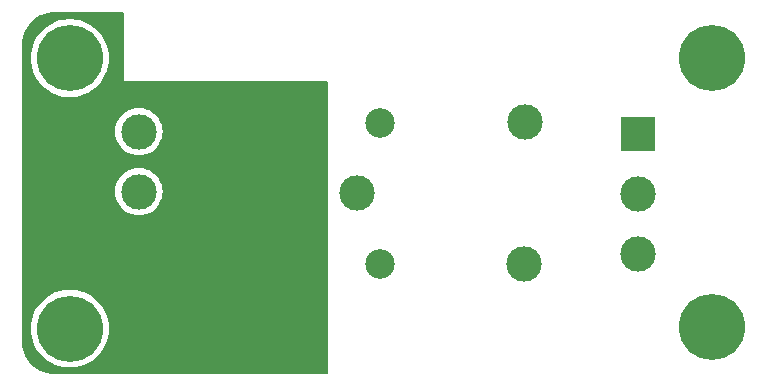
<source format=gbr>
%TF.GenerationSoftware,KiCad,Pcbnew,7.0.10*%
%TF.CreationDate,2025-11-30T12:43:51-05:00*%
%TF.ProjectId,Relay_Helo,52656c61-795f-4486-956c-6f2e6b696361,rev?*%
%TF.SameCoordinates,Original*%
%TF.FileFunction,Copper,L2,Bot*%
%TF.FilePolarity,Positive*%
%FSLAX46Y46*%
G04 Gerber Fmt 4.6, Leading zero omitted, Abs format (unit mm)*
G04 Created by KiCad (PCBNEW 7.0.10) date 2025-11-30 12:43:51*
%MOMM*%
%LPD*%
G01*
G04 APERTURE LIST*
%TA.AperFunction,ComponentPad*%
%ADD10R,3.000000X3.000000*%
%TD*%
%TA.AperFunction,ComponentPad*%
%ADD11C,3.000000*%
%TD*%
%TA.AperFunction,ComponentPad*%
%ADD12C,5.600000*%
%TD*%
%TA.AperFunction,ComponentPad*%
%ADD13C,2.500000*%
%TD*%
%TA.AperFunction,ViaPad*%
%ADD14C,0.600000*%
%TD*%
G04 APERTURE END LIST*
D10*
%TO.P,J1,1,Pin_1*%
%TO.N,+5V*%
X123840000Y-80490000D03*
D11*
%TO.P,J1,2,Pin_2*%
%TO.N,/CONTROL*%
X123840000Y-75410000D03*
%TO.P,J1,3,Pin_3*%
%TO.N,GND*%
X123840000Y-70330000D03*
%TD*%
D12*
%TO.P,REF\u002A\u002A,1*%
%TO.N,N/C*%
X172380000Y-64100000D03*
%TD*%
%TO.P,REF\u002A\u002A,1*%
%TO.N,GND*%
X118000000Y-64100000D03*
%TD*%
D10*
%TO.P,J2,1,Pin_1*%
%TO.N,/NC*%
X166090000Y-70490000D03*
D11*
%TO.P,J2,2,Pin_2*%
%TO.N,/COM*%
X166090000Y-75570000D03*
%TO.P,J2,3,Pin_3*%
%TO.N,/NO*%
X166090000Y-80650000D03*
%TD*%
D12*
%TO.P,REF\u002A\u002A,1*%
%TO.N,GND*%
X118000000Y-87000000D03*
%TD*%
%TO.P,REF\u002A\u002A,1*%
%TO.N,N/C*%
X172380000Y-86860000D03*
%TD*%
D11*
%TO.P,K2,1*%
%TO.N,/COM*%
X142310000Y-75510000D03*
D13*
%TO.P,K2,2*%
%TO.N,Net-(D1-A)*%
X144260000Y-81560000D03*
D11*
%TO.P,K2,3*%
%TO.N,/NO*%
X156460000Y-81560000D03*
%TO.P,K2,4*%
%TO.N,/NC*%
X156510000Y-69510000D03*
D13*
%TO.P,K2,5*%
%TO.N,+5V*%
X144260000Y-69560000D03*
%TD*%
D14*
%TO.N,+5V*%
X135710000Y-75600000D03*
%TD*%
%TA.AperFunction,Conductor*%
%TO.N,+5V*%
G36*
X122504879Y-60230185D02*
G01*
X122550634Y-60282989D01*
X122561840Y-60334322D01*
X122570000Y-66030000D01*
X139698149Y-66030000D01*
X139765188Y-66049685D01*
X139810943Y-66102489D01*
X139822149Y-66153963D01*
X139825344Y-76723387D01*
X139829338Y-89940469D01*
X139829582Y-90745463D01*
X139809918Y-90812508D01*
X139757128Y-90858279D01*
X139705582Y-90869500D01*
X116723481Y-90869500D01*
X116716528Y-90869305D01*
X116413506Y-90852287D01*
X116399688Y-90850730D01*
X116103920Y-90800477D01*
X116090363Y-90797383D01*
X115802072Y-90714327D01*
X115788948Y-90709734D01*
X115511777Y-90594927D01*
X115499248Y-90588894D01*
X115236671Y-90443772D01*
X115224897Y-90436374D01*
X114980214Y-90262763D01*
X114969342Y-90254092D01*
X114745647Y-90054184D01*
X114735815Y-90044352D01*
X114535907Y-89820657D01*
X114527236Y-89809785D01*
X114353625Y-89565102D01*
X114346227Y-89553328D01*
X114201105Y-89290751D01*
X114195072Y-89278222D01*
X114080265Y-89001051D01*
X114075672Y-88987927D01*
X113993898Y-88704085D01*
X113992615Y-88699634D01*
X113989522Y-88686079D01*
X113970030Y-88571356D01*
X113939267Y-88390301D01*
X113937713Y-88376503D01*
X113920695Y-88073472D01*
X113920500Y-88066519D01*
X113920500Y-87000002D01*
X114694652Y-87000002D01*
X114714028Y-87357368D01*
X114714029Y-87357385D01*
X114771926Y-87710539D01*
X114771932Y-87710565D01*
X114867672Y-88055392D01*
X114867674Y-88055399D01*
X115000142Y-88387870D01*
X115000151Y-88387888D01*
X115167784Y-88704077D01*
X115167787Y-88704082D01*
X115167789Y-88704085D01*
X115360238Y-88987927D01*
X115368634Y-89000309D01*
X115368641Y-89000319D01*
X115600331Y-89273085D01*
X115600332Y-89273086D01*
X115860163Y-89519211D01*
X116145081Y-89735800D01*
X116451747Y-89920315D01*
X116451749Y-89920316D01*
X116451751Y-89920317D01*
X116451755Y-89920319D01*
X116741102Y-90054184D01*
X116776565Y-90070591D01*
X117115726Y-90184868D01*
X117465254Y-90261805D01*
X117821052Y-90300500D01*
X117821058Y-90300500D01*
X118178942Y-90300500D01*
X118178948Y-90300500D01*
X118534746Y-90261805D01*
X118884274Y-90184868D01*
X119223435Y-90070591D01*
X119548253Y-89920315D01*
X119854919Y-89735800D01*
X120139837Y-89519211D01*
X120399668Y-89273086D01*
X120631365Y-89000311D01*
X120832211Y-88704085D01*
X120999853Y-88387880D01*
X121132324Y-88055403D01*
X121228071Y-87710552D01*
X121285972Y-87357371D01*
X121305348Y-87000000D01*
X121285972Y-86642629D01*
X121228071Y-86289448D01*
X121132324Y-85944597D01*
X120999853Y-85612120D01*
X120832211Y-85295915D01*
X120631365Y-84999689D01*
X120631361Y-84999684D01*
X120631358Y-84999680D01*
X120399668Y-84726914D01*
X120139837Y-84480789D01*
X120139830Y-84480783D01*
X120139827Y-84480781D01*
X120072245Y-84429407D01*
X119854919Y-84264200D01*
X119548253Y-84079685D01*
X119548252Y-84079684D01*
X119548248Y-84079682D01*
X119548244Y-84079680D01*
X119223447Y-83929414D01*
X119223441Y-83929411D01*
X119223435Y-83929409D01*
X119053854Y-83872270D01*
X118884273Y-83815131D01*
X118534744Y-83738194D01*
X118178949Y-83699500D01*
X118178948Y-83699500D01*
X117821052Y-83699500D01*
X117821050Y-83699500D01*
X117465255Y-83738194D01*
X117115726Y-83815131D01*
X116859970Y-83901306D01*
X116776565Y-83929409D01*
X116776563Y-83929410D01*
X116776552Y-83929414D01*
X116451755Y-84079680D01*
X116451751Y-84079682D01*
X116223367Y-84217096D01*
X116145081Y-84264200D01*
X116056768Y-84331333D01*
X115860172Y-84480781D01*
X115860163Y-84480789D01*
X115600331Y-84726914D01*
X115368641Y-84999680D01*
X115368634Y-84999690D01*
X115167790Y-85295913D01*
X115167784Y-85295922D01*
X115000151Y-85612111D01*
X115000142Y-85612129D01*
X114867674Y-85944600D01*
X114867672Y-85944607D01*
X114771932Y-86289434D01*
X114771926Y-86289460D01*
X114714029Y-86642614D01*
X114714028Y-86642631D01*
X114694652Y-86999997D01*
X114694652Y-87000002D01*
X113920500Y-87000002D01*
X113920500Y-75410001D01*
X121834390Y-75410001D01*
X121854804Y-75695433D01*
X121915628Y-75975037D01*
X122015635Y-76243166D01*
X122152770Y-76494309D01*
X122152775Y-76494317D01*
X122324254Y-76723387D01*
X122324270Y-76723405D01*
X122526594Y-76925729D01*
X122526612Y-76925745D01*
X122755682Y-77097224D01*
X122755690Y-77097229D01*
X123006833Y-77234364D01*
X123006832Y-77234364D01*
X123006836Y-77234365D01*
X123006839Y-77234367D01*
X123274954Y-77334369D01*
X123274960Y-77334370D01*
X123274962Y-77334371D01*
X123554566Y-77395195D01*
X123554568Y-77395195D01*
X123554572Y-77395196D01*
X123808220Y-77413337D01*
X123839999Y-77415610D01*
X123840000Y-77415610D01*
X123840001Y-77415610D01*
X123868595Y-77413564D01*
X124125428Y-77395196D01*
X124405046Y-77334369D01*
X124673161Y-77234367D01*
X124924315Y-77097226D01*
X125153395Y-76925739D01*
X125355739Y-76723395D01*
X125527226Y-76494315D01*
X125664367Y-76243161D01*
X125764369Y-75975046D01*
X125825196Y-75695428D01*
X125845610Y-75410000D01*
X125825196Y-75124572D01*
X125764369Y-74844954D01*
X125664367Y-74576839D01*
X125527226Y-74325685D01*
X125527224Y-74325682D01*
X125355745Y-74096612D01*
X125355729Y-74096594D01*
X125153405Y-73894270D01*
X125153387Y-73894254D01*
X124924317Y-73722775D01*
X124924309Y-73722770D01*
X124673166Y-73585635D01*
X124673167Y-73585635D01*
X124565915Y-73545632D01*
X124405046Y-73485631D01*
X124405043Y-73485630D01*
X124405037Y-73485628D01*
X124125433Y-73424804D01*
X123840001Y-73404390D01*
X123839999Y-73404390D01*
X123554566Y-73424804D01*
X123274962Y-73485628D01*
X123006833Y-73585635D01*
X122755690Y-73722770D01*
X122755682Y-73722775D01*
X122526612Y-73894254D01*
X122526594Y-73894270D01*
X122324270Y-74096594D01*
X122324254Y-74096612D01*
X122152775Y-74325682D01*
X122152770Y-74325690D01*
X122015635Y-74576833D01*
X121915628Y-74844962D01*
X121854804Y-75124566D01*
X121834390Y-75409998D01*
X121834390Y-75410001D01*
X113920500Y-75410001D01*
X113920500Y-70330001D01*
X121834390Y-70330001D01*
X121854804Y-70615433D01*
X121915628Y-70895037D01*
X122015635Y-71163166D01*
X122152770Y-71414309D01*
X122152775Y-71414317D01*
X122324254Y-71643387D01*
X122324270Y-71643405D01*
X122526594Y-71845729D01*
X122526612Y-71845745D01*
X122755682Y-72017224D01*
X122755690Y-72017229D01*
X123006833Y-72154364D01*
X123006832Y-72154364D01*
X123006836Y-72154365D01*
X123006839Y-72154367D01*
X123274954Y-72254369D01*
X123274960Y-72254370D01*
X123274962Y-72254371D01*
X123554566Y-72315195D01*
X123554568Y-72315195D01*
X123554572Y-72315196D01*
X123808220Y-72333337D01*
X123839999Y-72335610D01*
X123840000Y-72335610D01*
X123840001Y-72335610D01*
X123868595Y-72333564D01*
X124125428Y-72315196D01*
X124405046Y-72254369D01*
X124673161Y-72154367D01*
X124924315Y-72017226D01*
X125153395Y-71845739D01*
X125355739Y-71643395D01*
X125527226Y-71414315D01*
X125664367Y-71163161D01*
X125764369Y-70895046D01*
X125825196Y-70615428D01*
X125845610Y-70330000D01*
X125825196Y-70044572D01*
X125764369Y-69764954D01*
X125664367Y-69496839D01*
X125527226Y-69245685D01*
X125527224Y-69245682D01*
X125355745Y-69016612D01*
X125355729Y-69016594D01*
X125153405Y-68814270D01*
X125153387Y-68814254D01*
X124924317Y-68642775D01*
X124924309Y-68642770D01*
X124673166Y-68505635D01*
X124673167Y-68505635D01*
X124565915Y-68465632D01*
X124405046Y-68405631D01*
X124405043Y-68405630D01*
X124405037Y-68405628D01*
X124125433Y-68344804D01*
X123840001Y-68324390D01*
X123839999Y-68324390D01*
X123554566Y-68344804D01*
X123274962Y-68405628D01*
X123006833Y-68505635D01*
X122755690Y-68642770D01*
X122755682Y-68642775D01*
X122526612Y-68814254D01*
X122526594Y-68814270D01*
X122324270Y-69016594D01*
X122324254Y-69016612D01*
X122152775Y-69245682D01*
X122152770Y-69245690D01*
X122015635Y-69496833D01*
X121915628Y-69764962D01*
X121854804Y-70044566D01*
X121834390Y-70329998D01*
X121834390Y-70330001D01*
X113920500Y-70330001D01*
X113920500Y-64100002D01*
X114694652Y-64100002D01*
X114714028Y-64457368D01*
X114714029Y-64457385D01*
X114771926Y-64810539D01*
X114771932Y-64810565D01*
X114867672Y-65155392D01*
X114867674Y-65155399D01*
X115000142Y-65487870D01*
X115000151Y-65487888D01*
X115167784Y-65804077D01*
X115167790Y-65804086D01*
X115368634Y-66100309D01*
X115368641Y-66100319D01*
X115414207Y-66153963D01*
X115600332Y-66373086D01*
X115860163Y-66619211D01*
X116145081Y-66835800D01*
X116451747Y-67020315D01*
X116451749Y-67020316D01*
X116451751Y-67020317D01*
X116451755Y-67020319D01*
X116776552Y-67170585D01*
X116776565Y-67170591D01*
X117115726Y-67284868D01*
X117465254Y-67361805D01*
X117821052Y-67400500D01*
X117821058Y-67400500D01*
X118178942Y-67400500D01*
X118178948Y-67400500D01*
X118534746Y-67361805D01*
X118884274Y-67284868D01*
X119223435Y-67170591D01*
X119548253Y-67020315D01*
X119854919Y-66835800D01*
X120139837Y-66619211D01*
X120399668Y-66373086D01*
X120631365Y-66100311D01*
X120832211Y-65804085D01*
X120999853Y-65487880D01*
X121132324Y-65155403D01*
X121228071Y-64810552D01*
X121285972Y-64457371D01*
X121305348Y-64100000D01*
X121285972Y-63742629D01*
X121228071Y-63389448D01*
X121132324Y-63044597D01*
X120999853Y-62712120D01*
X120832211Y-62395915D01*
X120631365Y-62099689D01*
X120631361Y-62099684D01*
X120631358Y-62099680D01*
X120399668Y-61826914D01*
X120359904Y-61789248D01*
X120139837Y-61580789D01*
X120139830Y-61580783D01*
X120139827Y-61580781D01*
X120060628Y-61520576D01*
X119854919Y-61364200D01*
X119548253Y-61179685D01*
X119548252Y-61179684D01*
X119548248Y-61179682D01*
X119548244Y-61179680D01*
X119223447Y-61029414D01*
X119223441Y-61029411D01*
X119223435Y-61029409D01*
X119053854Y-60972270D01*
X118884273Y-60915131D01*
X118534744Y-60838194D01*
X118178949Y-60799500D01*
X118178948Y-60799500D01*
X117821052Y-60799500D01*
X117821050Y-60799500D01*
X117465255Y-60838194D01*
X117115726Y-60915131D01*
X116884338Y-60993096D01*
X116776565Y-61029409D01*
X116776563Y-61029410D01*
X116776552Y-61029414D01*
X116451755Y-61179680D01*
X116451751Y-61179682D01*
X116223367Y-61317096D01*
X116145081Y-61364200D01*
X116056768Y-61431333D01*
X115860172Y-61580781D01*
X115860163Y-61580789D01*
X115600331Y-61826914D01*
X115368641Y-62099680D01*
X115368634Y-62099690D01*
X115167790Y-62395913D01*
X115167784Y-62395922D01*
X115000151Y-62712111D01*
X115000142Y-62712129D01*
X114867674Y-63044600D01*
X114867672Y-63044607D01*
X114771932Y-63389434D01*
X114771926Y-63389460D01*
X114714029Y-63742614D01*
X114714028Y-63742631D01*
X114694652Y-64099997D01*
X114694652Y-64100002D01*
X113920500Y-64100002D01*
X113920500Y-63013480D01*
X113920695Y-63006527D01*
X113921769Y-62987410D01*
X113937713Y-62703494D01*
X113939267Y-62689700D01*
X113989523Y-62393915D01*
X113992616Y-62380363D01*
X114050193Y-62180513D01*
X114075673Y-62092068D01*
X114080265Y-62078948D01*
X114184660Y-61826914D01*
X114195075Y-61801768D01*
X114201097Y-61789262D01*
X114346230Y-61526665D01*
X114353625Y-61514897D01*
X114527245Y-61270201D01*
X114535896Y-61259354D01*
X114735816Y-61035645D01*
X114745647Y-61025815D01*
X114969354Y-60825896D01*
X114980201Y-60817245D01*
X115224902Y-60643621D01*
X115236665Y-60636230D01*
X115499262Y-60491097D01*
X115511768Y-60485075D01*
X115788948Y-60370265D01*
X115802068Y-60365673D01*
X116090369Y-60282614D01*
X116103915Y-60279523D01*
X116399700Y-60229267D01*
X116413494Y-60227713D01*
X116716528Y-60210695D01*
X116723481Y-60210500D01*
X116759882Y-60210500D01*
X122437840Y-60210500D01*
X122504879Y-60230185D01*
G37*
%TD.AperFunction*%
%TD*%
M02*

</source>
